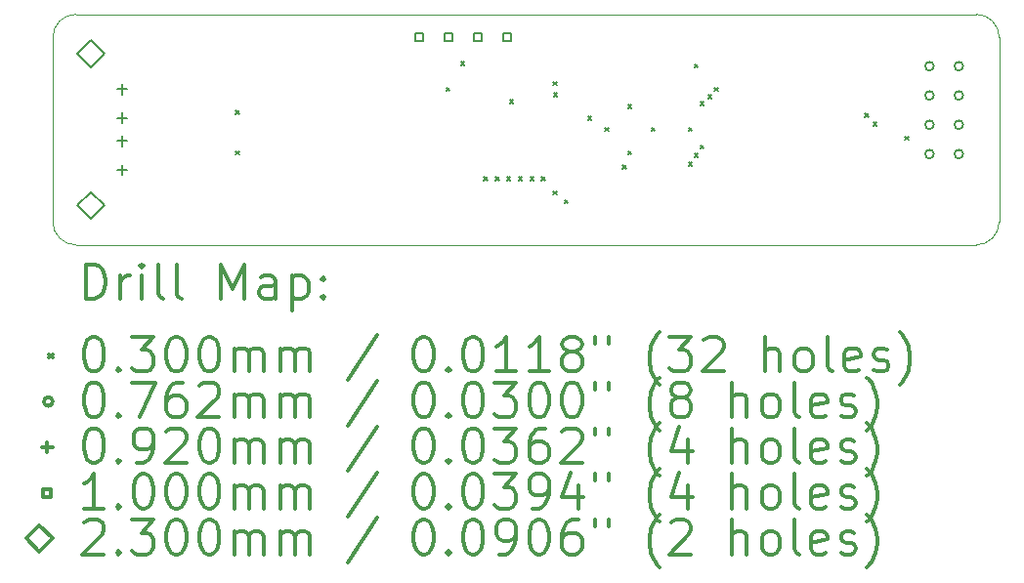
<source format=gbr>
%FSLAX45Y45*%
G04 Gerber Fmt 4.5, Leading zero omitted, Abs format (unit mm)*
G04 Created by KiCad (PCBNEW (5.1.10)-1) date 2022-03-27 16:46:44*
%MOMM*%
%LPD*%
G01*
G04 APERTURE LIST*
%TA.AperFunction,Profile*%
%ADD10C,0.038100*%
%TD*%
%ADD11C,0.200000*%
%ADD12C,0.300000*%
G04 APERTURE END LIST*
D10*
X13400000Y-5800000D02*
X5600000Y-5800000D01*
X13600000Y-7600000D02*
X13600000Y-6000000D01*
X5600000Y-7800000D02*
X13400000Y-7800000D01*
X5400000Y-6000000D02*
X5400000Y-7600000D01*
X13400000Y-5800000D02*
G75*
G02*
X13600000Y-6000000I0J-200000D01*
G01*
X13600000Y-7600000D02*
G75*
G02*
X13400000Y-7800000I-200000J0D01*
G01*
X5600000Y-7800000D02*
G75*
G02*
X5400000Y-7600000I0J200000D01*
G01*
X5400000Y-6000000D02*
G75*
G02*
X5600000Y-5800000I200000J0D01*
G01*
D11*
X6985000Y-6635000D02*
X7015000Y-6665000D01*
X7015000Y-6635000D02*
X6985000Y-6665000D01*
X6985000Y-6985000D02*
X7015000Y-7015000D01*
X7015000Y-6985000D02*
X6985000Y-7015000D01*
X8810000Y-6435000D02*
X8840000Y-6465000D01*
X8840000Y-6435000D02*
X8810000Y-6465000D01*
X8935000Y-6210000D02*
X8965000Y-6240000D01*
X8965000Y-6210000D02*
X8935000Y-6240000D01*
X9135000Y-7210000D02*
X9165000Y-7240000D01*
X9165000Y-7210000D02*
X9135000Y-7240000D01*
X9235000Y-7210000D02*
X9265000Y-7240000D01*
X9265000Y-7210000D02*
X9235000Y-7240000D01*
X9335000Y-7210000D02*
X9365000Y-7240000D01*
X9365000Y-7210000D02*
X9335000Y-7240000D01*
X9360000Y-6541672D02*
X9390000Y-6571672D01*
X9390000Y-6541672D02*
X9360000Y-6571672D01*
X9435000Y-7210000D02*
X9465000Y-7240000D01*
X9465000Y-7210000D02*
X9435000Y-7240000D01*
X9535000Y-7210000D02*
X9565000Y-7240000D01*
X9565000Y-7210000D02*
X9535000Y-7240000D01*
X9635000Y-7210000D02*
X9665000Y-7240000D01*
X9665000Y-7210000D02*
X9635000Y-7240000D01*
X9735000Y-6385000D02*
X9765000Y-6415000D01*
X9765000Y-6385000D02*
X9735000Y-6415000D01*
X9735000Y-7335000D02*
X9765000Y-7365000D01*
X9765000Y-7335000D02*
X9735000Y-7365000D01*
X9738328Y-6481672D02*
X9768328Y-6511672D01*
X9768328Y-6481672D02*
X9738328Y-6511672D01*
X9835000Y-7410000D02*
X9865000Y-7440000D01*
X9865000Y-7410000D02*
X9835000Y-7440000D01*
X10035000Y-6685000D02*
X10065000Y-6715000D01*
X10065000Y-6685000D02*
X10035000Y-6715000D01*
X10185000Y-6785000D02*
X10215000Y-6815000D01*
X10215000Y-6785000D02*
X10185000Y-6815000D01*
X10335000Y-7110000D02*
X10365000Y-7140000D01*
X10365000Y-7110000D02*
X10335000Y-7140000D01*
X10385000Y-6585000D02*
X10415000Y-6615000D01*
X10415000Y-6585000D02*
X10385000Y-6615000D01*
X10385000Y-6985000D02*
X10415000Y-7015000D01*
X10415000Y-6985000D02*
X10385000Y-7015000D01*
X10585000Y-6785000D02*
X10615000Y-6815000D01*
X10615000Y-6785000D02*
X10585000Y-6815000D01*
X10910000Y-6785000D02*
X10940000Y-6815000D01*
X10940000Y-6785000D02*
X10910000Y-6815000D01*
X10910000Y-7085000D02*
X10940000Y-7115000D01*
X10940000Y-7085000D02*
X10910000Y-7115000D01*
X10960000Y-6235000D02*
X10990000Y-6265000D01*
X10990000Y-6235000D02*
X10960000Y-6265000D01*
X10960000Y-7010000D02*
X10990000Y-7040000D01*
X10990000Y-7010000D02*
X10960000Y-7040000D01*
X11010000Y-6560000D02*
X11040000Y-6590000D01*
X11040000Y-6560000D02*
X11010000Y-6590000D01*
X11010000Y-6935000D02*
X11040000Y-6965000D01*
X11040000Y-6935000D02*
X11010000Y-6965000D01*
X11078431Y-6497746D02*
X11108431Y-6527746D01*
X11108431Y-6497746D02*
X11078431Y-6527746D01*
X11135000Y-6435000D02*
X11165000Y-6465000D01*
X11165000Y-6435000D02*
X11135000Y-6465000D01*
X12435000Y-6660000D02*
X12465000Y-6690000D01*
X12465000Y-6660000D02*
X12435000Y-6690000D01*
X12510000Y-6735000D02*
X12540000Y-6765000D01*
X12540000Y-6735000D02*
X12510000Y-6765000D01*
X12785000Y-6860000D02*
X12815000Y-6890000D01*
X12815000Y-6860000D02*
X12785000Y-6890000D01*
X13034100Y-6250000D02*
G75*
G03*
X13034100Y-6250000I-38100J0D01*
G01*
X13034100Y-6504000D02*
G75*
G03*
X13034100Y-6504000I-38100J0D01*
G01*
X13034100Y-6758000D02*
G75*
G03*
X13034100Y-6758000I-38100J0D01*
G01*
X13034100Y-7012000D02*
G75*
G03*
X13034100Y-7012000I-38100J0D01*
G01*
X13288100Y-6250000D02*
G75*
G03*
X13288100Y-6250000I-38100J0D01*
G01*
X13288100Y-6504000D02*
G75*
G03*
X13288100Y-6504000I-38100J0D01*
G01*
X13288100Y-6758000D02*
G75*
G03*
X13288100Y-6758000I-38100J0D01*
G01*
X13288100Y-7012000D02*
G75*
G03*
X13288100Y-7012000I-38100J0D01*
G01*
X6000000Y-6404000D02*
X6000000Y-6496000D01*
X5954000Y-6450000D02*
X6046000Y-6450000D01*
X6000000Y-6654000D02*
X6000000Y-6746000D01*
X5954000Y-6700000D02*
X6046000Y-6700000D01*
X6000000Y-6854000D02*
X6000000Y-6946000D01*
X5954000Y-6900000D02*
X6046000Y-6900000D01*
X6000000Y-7104000D02*
X6000000Y-7196000D01*
X5954000Y-7150000D02*
X6046000Y-7150000D01*
X8610356Y-6035356D02*
X8610356Y-5964644D01*
X8539644Y-5964644D01*
X8539644Y-6035356D01*
X8610356Y-6035356D01*
X8864356Y-6035356D02*
X8864356Y-5964644D01*
X8793644Y-5964644D01*
X8793644Y-6035356D01*
X8864356Y-6035356D01*
X9118356Y-6035356D02*
X9118356Y-5964644D01*
X9047644Y-5964644D01*
X9047644Y-6035356D01*
X9118356Y-6035356D01*
X9372356Y-6035356D02*
X9372356Y-5964644D01*
X9301644Y-5964644D01*
X9301644Y-6035356D01*
X9372356Y-6035356D01*
X5729000Y-6258000D02*
X5844000Y-6143000D01*
X5729000Y-6028000D01*
X5614000Y-6143000D01*
X5729000Y-6258000D01*
X5729000Y-7572000D02*
X5844000Y-7457000D01*
X5729000Y-7342000D01*
X5614000Y-7457000D01*
X5729000Y-7572000D01*
D12*
X5684523Y-8267619D02*
X5684523Y-7967619D01*
X5755952Y-7967619D01*
X5798809Y-7981905D01*
X5827381Y-8010476D01*
X5841666Y-8039048D01*
X5855952Y-8096191D01*
X5855952Y-8139048D01*
X5841666Y-8196191D01*
X5827381Y-8224762D01*
X5798809Y-8253334D01*
X5755952Y-8267619D01*
X5684523Y-8267619D01*
X5984523Y-8267619D02*
X5984523Y-8067619D01*
X5984523Y-8124762D02*
X5998809Y-8096191D01*
X6013095Y-8081905D01*
X6041666Y-8067619D01*
X6070238Y-8067619D01*
X6170238Y-8267619D02*
X6170238Y-8067619D01*
X6170238Y-7967619D02*
X6155952Y-7981905D01*
X6170238Y-7996191D01*
X6184523Y-7981905D01*
X6170238Y-7967619D01*
X6170238Y-7996191D01*
X6355952Y-8267619D02*
X6327381Y-8253334D01*
X6313095Y-8224762D01*
X6313095Y-7967619D01*
X6513095Y-8267619D02*
X6484523Y-8253334D01*
X6470238Y-8224762D01*
X6470238Y-7967619D01*
X6855952Y-8267619D02*
X6855952Y-7967619D01*
X6955952Y-8181905D01*
X7055952Y-7967619D01*
X7055952Y-8267619D01*
X7327381Y-8267619D02*
X7327381Y-8110476D01*
X7313095Y-8081905D01*
X7284523Y-8067619D01*
X7227381Y-8067619D01*
X7198809Y-8081905D01*
X7327381Y-8253334D02*
X7298809Y-8267619D01*
X7227381Y-8267619D01*
X7198809Y-8253334D01*
X7184523Y-8224762D01*
X7184523Y-8196191D01*
X7198809Y-8167619D01*
X7227381Y-8153334D01*
X7298809Y-8153334D01*
X7327381Y-8139048D01*
X7470238Y-8067619D02*
X7470238Y-8367619D01*
X7470238Y-8081905D02*
X7498809Y-8067619D01*
X7555952Y-8067619D01*
X7584523Y-8081905D01*
X7598809Y-8096191D01*
X7613095Y-8124762D01*
X7613095Y-8210476D01*
X7598809Y-8239048D01*
X7584523Y-8253334D01*
X7555952Y-8267619D01*
X7498809Y-8267619D01*
X7470238Y-8253334D01*
X7741666Y-8239048D02*
X7755952Y-8253334D01*
X7741666Y-8267619D01*
X7727381Y-8253334D01*
X7741666Y-8239048D01*
X7741666Y-8267619D01*
X7741666Y-8081905D02*
X7755952Y-8096191D01*
X7741666Y-8110476D01*
X7727381Y-8096191D01*
X7741666Y-8081905D01*
X7741666Y-8110476D01*
X5368095Y-8746905D02*
X5398095Y-8776905D01*
X5398095Y-8746905D02*
X5368095Y-8776905D01*
X5741666Y-8597619D02*
X5770238Y-8597619D01*
X5798809Y-8611905D01*
X5813095Y-8626191D01*
X5827381Y-8654762D01*
X5841666Y-8711905D01*
X5841666Y-8783334D01*
X5827381Y-8840477D01*
X5813095Y-8869048D01*
X5798809Y-8883334D01*
X5770238Y-8897619D01*
X5741666Y-8897619D01*
X5713095Y-8883334D01*
X5698809Y-8869048D01*
X5684523Y-8840477D01*
X5670238Y-8783334D01*
X5670238Y-8711905D01*
X5684523Y-8654762D01*
X5698809Y-8626191D01*
X5713095Y-8611905D01*
X5741666Y-8597619D01*
X5970238Y-8869048D02*
X5984523Y-8883334D01*
X5970238Y-8897619D01*
X5955952Y-8883334D01*
X5970238Y-8869048D01*
X5970238Y-8897619D01*
X6084523Y-8597619D02*
X6270238Y-8597619D01*
X6170238Y-8711905D01*
X6213095Y-8711905D01*
X6241666Y-8726191D01*
X6255952Y-8740477D01*
X6270238Y-8769048D01*
X6270238Y-8840477D01*
X6255952Y-8869048D01*
X6241666Y-8883334D01*
X6213095Y-8897619D01*
X6127381Y-8897619D01*
X6098809Y-8883334D01*
X6084523Y-8869048D01*
X6455952Y-8597619D02*
X6484523Y-8597619D01*
X6513095Y-8611905D01*
X6527381Y-8626191D01*
X6541666Y-8654762D01*
X6555952Y-8711905D01*
X6555952Y-8783334D01*
X6541666Y-8840477D01*
X6527381Y-8869048D01*
X6513095Y-8883334D01*
X6484523Y-8897619D01*
X6455952Y-8897619D01*
X6427381Y-8883334D01*
X6413095Y-8869048D01*
X6398809Y-8840477D01*
X6384523Y-8783334D01*
X6384523Y-8711905D01*
X6398809Y-8654762D01*
X6413095Y-8626191D01*
X6427381Y-8611905D01*
X6455952Y-8597619D01*
X6741666Y-8597619D02*
X6770238Y-8597619D01*
X6798809Y-8611905D01*
X6813095Y-8626191D01*
X6827381Y-8654762D01*
X6841666Y-8711905D01*
X6841666Y-8783334D01*
X6827381Y-8840477D01*
X6813095Y-8869048D01*
X6798809Y-8883334D01*
X6770238Y-8897619D01*
X6741666Y-8897619D01*
X6713095Y-8883334D01*
X6698809Y-8869048D01*
X6684523Y-8840477D01*
X6670238Y-8783334D01*
X6670238Y-8711905D01*
X6684523Y-8654762D01*
X6698809Y-8626191D01*
X6713095Y-8611905D01*
X6741666Y-8597619D01*
X6970238Y-8897619D02*
X6970238Y-8697619D01*
X6970238Y-8726191D02*
X6984523Y-8711905D01*
X7013095Y-8697619D01*
X7055952Y-8697619D01*
X7084523Y-8711905D01*
X7098809Y-8740477D01*
X7098809Y-8897619D01*
X7098809Y-8740477D02*
X7113095Y-8711905D01*
X7141666Y-8697619D01*
X7184523Y-8697619D01*
X7213095Y-8711905D01*
X7227381Y-8740477D01*
X7227381Y-8897619D01*
X7370238Y-8897619D02*
X7370238Y-8697619D01*
X7370238Y-8726191D02*
X7384523Y-8711905D01*
X7413095Y-8697619D01*
X7455952Y-8697619D01*
X7484523Y-8711905D01*
X7498809Y-8740477D01*
X7498809Y-8897619D01*
X7498809Y-8740477D02*
X7513095Y-8711905D01*
X7541666Y-8697619D01*
X7584523Y-8697619D01*
X7613095Y-8711905D01*
X7627381Y-8740477D01*
X7627381Y-8897619D01*
X8213095Y-8583334D02*
X7955952Y-8969048D01*
X8598809Y-8597619D02*
X8627381Y-8597619D01*
X8655952Y-8611905D01*
X8670238Y-8626191D01*
X8684523Y-8654762D01*
X8698809Y-8711905D01*
X8698809Y-8783334D01*
X8684523Y-8840477D01*
X8670238Y-8869048D01*
X8655952Y-8883334D01*
X8627381Y-8897619D01*
X8598809Y-8897619D01*
X8570238Y-8883334D01*
X8555952Y-8869048D01*
X8541666Y-8840477D01*
X8527381Y-8783334D01*
X8527381Y-8711905D01*
X8541666Y-8654762D01*
X8555952Y-8626191D01*
X8570238Y-8611905D01*
X8598809Y-8597619D01*
X8827381Y-8869048D02*
X8841666Y-8883334D01*
X8827381Y-8897619D01*
X8813095Y-8883334D01*
X8827381Y-8869048D01*
X8827381Y-8897619D01*
X9027381Y-8597619D02*
X9055952Y-8597619D01*
X9084523Y-8611905D01*
X9098809Y-8626191D01*
X9113095Y-8654762D01*
X9127381Y-8711905D01*
X9127381Y-8783334D01*
X9113095Y-8840477D01*
X9098809Y-8869048D01*
X9084523Y-8883334D01*
X9055952Y-8897619D01*
X9027381Y-8897619D01*
X8998809Y-8883334D01*
X8984523Y-8869048D01*
X8970238Y-8840477D01*
X8955952Y-8783334D01*
X8955952Y-8711905D01*
X8970238Y-8654762D01*
X8984523Y-8626191D01*
X8998809Y-8611905D01*
X9027381Y-8597619D01*
X9413095Y-8897619D02*
X9241666Y-8897619D01*
X9327381Y-8897619D02*
X9327381Y-8597619D01*
X9298809Y-8640477D01*
X9270238Y-8669048D01*
X9241666Y-8683334D01*
X9698809Y-8897619D02*
X9527381Y-8897619D01*
X9613095Y-8897619D02*
X9613095Y-8597619D01*
X9584523Y-8640477D01*
X9555952Y-8669048D01*
X9527381Y-8683334D01*
X9870238Y-8726191D02*
X9841666Y-8711905D01*
X9827381Y-8697619D01*
X9813095Y-8669048D01*
X9813095Y-8654762D01*
X9827381Y-8626191D01*
X9841666Y-8611905D01*
X9870238Y-8597619D01*
X9927381Y-8597619D01*
X9955952Y-8611905D01*
X9970238Y-8626191D01*
X9984523Y-8654762D01*
X9984523Y-8669048D01*
X9970238Y-8697619D01*
X9955952Y-8711905D01*
X9927381Y-8726191D01*
X9870238Y-8726191D01*
X9841666Y-8740477D01*
X9827381Y-8754762D01*
X9813095Y-8783334D01*
X9813095Y-8840477D01*
X9827381Y-8869048D01*
X9841666Y-8883334D01*
X9870238Y-8897619D01*
X9927381Y-8897619D01*
X9955952Y-8883334D01*
X9970238Y-8869048D01*
X9984523Y-8840477D01*
X9984523Y-8783334D01*
X9970238Y-8754762D01*
X9955952Y-8740477D01*
X9927381Y-8726191D01*
X10098809Y-8597619D02*
X10098809Y-8654762D01*
X10213095Y-8597619D02*
X10213095Y-8654762D01*
X10655952Y-9011905D02*
X10641666Y-8997619D01*
X10613095Y-8954762D01*
X10598809Y-8926191D01*
X10584523Y-8883334D01*
X10570238Y-8811905D01*
X10570238Y-8754762D01*
X10584523Y-8683334D01*
X10598809Y-8640477D01*
X10613095Y-8611905D01*
X10641666Y-8569048D01*
X10655952Y-8554762D01*
X10741666Y-8597619D02*
X10927381Y-8597619D01*
X10827381Y-8711905D01*
X10870238Y-8711905D01*
X10898809Y-8726191D01*
X10913095Y-8740477D01*
X10927381Y-8769048D01*
X10927381Y-8840477D01*
X10913095Y-8869048D01*
X10898809Y-8883334D01*
X10870238Y-8897619D01*
X10784523Y-8897619D01*
X10755952Y-8883334D01*
X10741666Y-8869048D01*
X11041666Y-8626191D02*
X11055952Y-8611905D01*
X11084523Y-8597619D01*
X11155952Y-8597619D01*
X11184523Y-8611905D01*
X11198809Y-8626191D01*
X11213095Y-8654762D01*
X11213095Y-8683334D01*
X11198809Y-8726191D01*
X11027381Y-8897619D01*
X11213095Y-8897619D01*
X11570238Y-8897619D02*
X11570238Y-8597619D01*
X11698809Y-8897619D02*
X11698809Y-8740477D01*
X11684523Y-8711905D01*
X11655952Y-8697619D01*
X11613095Y-8697619D01*
X11584523Y-8711905D01*
X11570238Y-8726191D01*
X11884523Y-8897619D02*
X11855952Y-8883334D01*
X11841666Y-8869048D01*
X11827381Y-8840477D01*
X11827381Y-8754762D01*
X11841666Y-8726191D01*
X11855952Y-8711905D01*
X11884523Y-8697619D01*
X11927381Y-8697619D01*
X11955952Y-8711905D01*
X11970238Y-8726191D01*
X11984523Y-8754762D01*
X11984523Y-8840477D01*
X11970238Y-8869048D01*
X11955952Y-8883334D01*
X11927381Y-8897619D01*
X11884523Y-8897619D01*
X12155952Y-8897619D02*
X12127381Y-8883334D01*
X12113095Y-8854762D01*
X12113095Y-8597619D01*
X12384523Y-8883334D02*
X12355952Y-8897619D01*
X12298809Y-8897619D01*
X12270238Y-8883334D01*
X12255952Y-8854762D01*
X12255952Y-8740477D01*
X12270238Y-8711905D01*
X12298809Y-8697619D01*
X12355952Y-8697619D01*
X12384523Y-8711905D01*
X12398809Y-8740477D01*
X12398809Y-8769048D01*
X12255952Y-8797619D01*
X12513095Y-8883334D02*
X12541666Y-8897619D01*
X12598809Y-8897619D01*
X12627381Y-8883334D01*
X12641666Y-8854762D01*
X12641666Y-8840477D01*
X12627381Y-8811905D01*
X12598809Y-8797619D01*
X12555952Y-8797619D01*
X12527381Y-8783334D01*
X12513095Y-8754762D01*
X12513095Y-8740477D01*
X12527381Y-8711905D01*
X12555952Y-8697619D01*
X12598809Y-8697619D01*
X12627381Y-8711905D01*
X12741666Y-9011905D02*
X12755952Y-8997619D01*
X12784523Y-8954762D01*
X12798809Y-8926191D01*
X12813095Y-8883334D01*
X12827381Y-8811905D01*
X12827381Y-8754762D01*
X12813095Y-8683334D01*
X12798809Y-8640477D01*
X12784523Y-8611905D01*
X12755952Y-8569048D01*
X12741666Y-8554762D01*
X5398095Y-9157905D02*
G75*
G03*
X5398095Y-9157905I-38100J0D01*
G01*
X5741666Y-8993619D02*
X5770238Y-8993619D01*
X5798809Y-9007905D01*
X5813095Y-9022191D01*
X5827381Y-9050762D01*
X5841666Y-9107905D01*
X5841666Y-9179334D01*
X5827381Y-9236477D01*
X5813095Y-9265048D01*
X5798809Y-9279334D01*
X5770238Y-9293619D01*
X5741666Y-9293619D01*
X5713095Y-9279334D01*
X5698809Y-9265048D01*
X5684523Y-9236477D01*
X5670238Y-9179334D01*
X5670238Y-9107905D01*
X5684523Y-9050762D01*
X5698809Y-9022191D01*
X5713095Y-9007905D01*
X5741666Y-8993619D01*
X5970238Y-9265048D02*
X5984523Y-9279334D01*
X5970238Y-9293619D01*
X5955952Y-9279334D01*
X5970238Y-9265048D01*
X5970238Y-9293619D01*
X6084523Y-8993619D02*
X6284523Y-8993619D01*
X6155952Y-9293619D01*
X6527381Y-8993619D02*
X6470238Y-8993619D01*
X6441666Y-9007905D01*
X6427381Y-9022191D01*
X6398809Y-9065048D01*
X6384523Y-9122191D01*
X6384523Y-9236477D01*
X6398809Y-9265048D01*
X6413095Y-9279334D01*
X6441666Y-9293619D01*
X6498809Y-9293619D01*
X6527381Y-9279334D01*
X6541666Y-9265048D01*
X6555952Y-9236477D01*
X6555952Y-9165048D01*
X6541666Y-9136477D01*
X6527381Y-9122191D01*
X6498809Y-9107905D01*
X6441666Y-9107905D01*
X6413095Y-9122191D01*
X6398809Y-9136477D01*
X6384523Y-9165048D01*
X6670238Y-9022191D02*
X6684523Y-9007905D01*
X6713095Y-8993619D01*
X6784523Y-8993619D01*
X6813095Y-9007905D01*
X6827381Y-9022191D01*
X6841666Y-9050762D01*
X6841666Y-9079334D01*
X6827381Y-9122191D01*
X6655952Y-9293619D01*
X6841666Y-9293619D01*
X6970238Y-9293619D02*
X6970238Y-9093619D01*
X6970238Y-9122191D02*
X6984523Y-9107905D01*
X7013095Y-9093619D01*
X7055952Y-9093619D01*
X7084523Y-9107905D01*
X7098809Y-9136477D01*
X7098809Y-9293619D01*
X7098809Y-9136477D02*
X7113095Y-9107905D01*
X7141666Y-9093619D01*
X7184523Y-9093619D01*
X7213095Y-9107905D01*
X7227381Y-9136477D01*
X7227381Y-9293619D01*
X7370238Y-9293619D02*
X7370238Y-9093619D01*
X7370238Y-9122191D02*
X7384523Y-9107905D01*
X7413095Y-9093619D01*
X7455952Y-9093619D01*
X7484523Y-9107905D01*
X7498809Y-9136477D01*
X7498809Y-9293619D01*
X7498809Y-9136477D02*
X7513095Y-9107905D01*
X7541666Y-9093619D01*
X7584523Y-9093619D01*
X7613095Y-9107905D01*
X7627381Y-9136477D01*
X7627381Y-9293619D01*
X8213095Y-8979334D02*
X7955952Y-9365048D01*
X8598809Y-8993619D02*
X8627381Y-8993619D01*
X8655952Y-9007905D01*
X8670238Y-9022191D01*
X8684523Y-9050762D01*
X8698809Y-9107905D01*
X8698809Y-9179334D01*
X8684523Y-9236477D01*
X8670238Y-9265048D01*
X8655952Y-9279334D01*
X8627381Y-9293619D01*
X8598809Y-9293619D01*
X8570238Y-9279334D01*
X8555952Y-9265048D01*
X8541666Y-9236477D01*
X8527381Y-9179334D01*
X8527381Y-9107905D01*
X8541666Y-9050762D01*
X8555952Y-9022191D01*
X8570238Y-9007905D01*
X8598809Y-8993619D01*
X8827381Y-9265048D02*
X8841666Y-9279334D01*
X8827381Y-9293619D01*
X8813095Y-9279334D01*
X8827381Y-9265048D01*
X8827381Y-9293619D01*
X9027381Y-8993619D02*
X9055952Y-8993619D01*
X9084523Y-9007905D01*
X9098809Y-9022191D01*
X9113095Y-9050762D01*
X9127381Y-9107905D01*
X9127381Y-9179334D01*
X9113095Y-9236477D01*
X9098809Y-9265048D01*
X9084523Y-9279334D01*
X9055952Y-9293619D01*
X9027381Y-9293619D01*
X8998809Y-9279334D01*
X8984523Y-9265048D01*
X8970238Y-9236477D01*
X8955952Y-9179334D01*
X8955952Y-9107905D01*
X8970238Y-9050762D01*
X8984523Y-9022191D01*
X8998809Y-9007905D01*
X9027381Y-8993619D01*
X9227381Y-8993619D02*
X9413095Y-8993619D01*
X9313095Y-9107905D01*
X9355952Y-9107905D01*
X9384523Y-9122191D01*
X9398809Y-9136477D01*
X9413095Y-9165048D01*
X9413095Y-9236477D01*
X9398809Y-9265048D01*
X9384523Y-9279334D01*
X9355952Y-9293619D01*
X9270238Y-9293619D01*
X9241666Y-9279334D01*
X9227381Y-9265048D01*
X9598809Y-8993619D02*
X9627381Y-8993619D01*
X9655952Y-9007905D01*
X9670238Y-9022191D01*
X9684523Y-9050762D01*
X9698809Y-9107905D01*
X9698809Y-9179334D01*
X9684523Y-9236477D01*
X9670238Y-9265048D01*
X9655952Y-9279334D01*
X9627381Y-9293619D01*
X9598809Y-9293619D01*
X9570238Y-9279334D01*
X9555952Y-9265048D01*
X9541666Y-9236477D01*
X9527381Y-9179334D01*
X9527381Y-9107905D01*
X9541666Y-9050762D01*
X9555952Y-9022191D01*
X9570238Y-9007905D01*
X9598809Y-8993619D01*
X9884523Y-8993619D02*
X9913095Y-8993619D01*
X9941666Y-9007905D01*
X9955952Y-9022191D01*
X9970238Y-9050762D01*
X9984523Y-9107905D01*
X9984523Y-9179334D01*
X9970238Y-9236477D01*
X9955952Y-9265048D01*
X9941666Y-9279334D01*
X9913095Y-9293619D01*
X9884523Y-9293619D01*
X9855952Y-9279334D01*
X9841666Y-9265048D01*
X9827381Y-9236477D01*
X9813095Y-9179334D01*
X9813095Y-9107905D01*
X9827381Y-9050762D01*
X9841666Y-9022191D01*
X9855952Y-9007905D01*
X9884523Y-8993619D01*
X10098809Y-8993619D02*
X10098809Y-9050762D01*
X10213095Y-8993619D02*
X10213095Y-9050762D01*
X10655952Y-9407905D02*
X10641666Y-9393619D01*
X10613095Y-9350762D01*
X10598809Y-9322191D01*
X10584523Y-9279334D01*
X10570238Y-9207905D01*
X10570238Y-9150762D01*
X10584523Y-9079334D01*
X10598809Y-9036477D01*
X10613095Y-9007905D01*
X10641666Y-8965048D01*
X10655952Y-8950762D01*
X10813095Y-9122191D02*
X10784523Y-9107905D01*
X10770238Y-9093619D01*
X10755952Y-9065048D01*
X10755952Y-9050762D01*
X10770238Y-9022191D01*
X10784523Y-9007905D01*
X10813095Y-8993619D01*
X10870238Y-8993619D01*
X10898809Y-9007905D01*
X10913095Y-9022191D01*
X10927381Y-9050762D01*
X10927381Y-9065048D01*
X10913095Y-9093619D01*
X10898809Y-9107905D01*
X10870238Y-9122191D01*
X10813095Y-9122191D01*
X10784523Y-9136477D01*
X10770238Y-9150762D01*
X10755952Y-9179334D01*
X10755952Y-9236477D01*
X10770238Y-9265048D01*
X10784523Y-9279334D01*
X10813095Y-9293619D01*
X10870238Y-9293619D01*
X10898809Y-9279334D01*
X10913095Y-9265048D01*
X10927381Y-9236477D01*
X10927381Y-9179334D01*
X10913095Y-9150762D01*
X10898809Y-9136477D01*
X10870238Y-9122191D01*
X11284523Y-9293619D02*
X11284523Y-8993619D01*
X11413095Y-9293619D02*
X11413095Y-9136477D01*
X11398809Y-9107905D01*
X11370238Y-9093619D01*
X11327381Y-9093619D01*
X11298809Y-9107905D01*
X11284523Y-9122191D01*
X11598809Y-9293619D02*
X11570238Y-9279334D01*
X11555952Y-9265048D01*
X11541666Y-9236477D01*
X11541666Y-9150762D01*
X11555952Y-9122191D01*
X11570238Y-9107905D01*
X11598809Y-9093619D01*
X11641666Y-9093619D01*
X11670238Y-9107905D01*
X11684523Y-9122191D01*
X11698809Y-9150762D01*
X11698809Y-9236477D01*
X11684523Y-9265048D01*
X11670238Y-9279334D01*
X11641666Y-9293619D01*
X11598809Y-9293619D01*
X11870238Y-9293619D02*
X11841666Y-9279334D01*
X11827381Y-9250762D01*
X11827381Y-8993619D01*
X12098809Y-9279334D02*
X12070238Y-9293619D01*
X12013095Y-9293619D01*
X11984523Y-9279334D01*
X11970238Y-9250762D01*
X11970238Y-9136477D01*
X11984523Y-9107905D01*
X12013095Y-9093619D01*
X12070238Y-9093619D01*
X12098809Y-9107905D01*
X12113095Y-9136477D01*
X12113095Y-9165048D01*
X11970238Y-9193619D01*
X12227381Y-9279334D02*
X12255952Y-9293619D01*
X12313095Y-9293619D01*
X12341666Y-9279334D01*
X12355952Y-9250762D01*
X12355952Y-9236477D01*
X12341666Y-9207905D01*
X12313095Y-9193619D01*
X12270238Y-9193619D01*
X12241666Y-9179334D01*
X12227381Y-9150762D01*
X12227381Y-9136477D01*
X12241666Y-9107905D01*
X12270238Y-9093619D01*
X12313095Y-9093619D01*
X12341666Y-9107905D01*
X12455952Y-9407905D02*
X12470238Y-9393619D01*
X12498809Y-9350762D01*
X12513095Y-9322191D01*
X12527381Y-9279334D01*
X12541666Y-9207905D01*
X12541666Y-9150762D01*
X12527381Y-9079334D01*
X12513095Y-9036477D01*
X12498809Y-9007905D01*
X12470238Y-8965048D01*
X12455952Y-8950762D01*
X5352095Y-9507905D02*
X5352095Y-9599905D01*
X5306095Y-9553905D02*
X5398095Y-9553905D01*
X5741666Y-9389619D02*
X5770238Y-9389619D01*
X5798809Y-9403905D01*
X5813095Y-9418191D01*
X5827381Y-9446762D01*
X5841666Y-9503905D01*
X5841666Y-9575334D01*
X5827381Y-9632477D01*
X5813095Y-9661048D01*
X5798809Y-9675334D01*
X5770238Y-9689619D01*
X5741666Y-9689619D01*
X5713095Y-9675334D01*
X5698809Y-9661048D01*
X5684523Y-9632477D01*
X5670238Y-9575334D01*
X5670238Y-9503905D01*
X5684523Y-9446762D01*
X5698809Y-9418191D01*
X5713095Y-9403905D01*
X5741666Y-9389619D01*
X5970238Y-9661048D02*
X5984523Y-9675334D01*
X5970238Y-9689619D01*
X5955952Y-9675334D01*
X5970238Y-9661048D01*
X5970238Y-9689619D01*
X6127381Y-9689619D02*
X6184523Y-9689619D01*
X6213095Y-9675334D01*
X6227381Y-9661048D01*
X6255952Y-9618191D01*
X6270238Y-9561048D01*
X6270238Y-9446762D01*
X6255952Y-9418191D01*
X6241666Y-9403905D01*
X6213095Y-9389619D01*
X6155952Y-9389619D01*
X6127381Y-9403905D01*
X6113095Y-9418191D01*
X6098809Y-9446762D01*
X6098809Y-9518191D01*
X6113095Y-9546762D01*
X6127381Y-9561048D01*
X6155952Y-9575334D01*
X6213095Y-9575334D01*
X6241666Y-9561048D01*
X6255952Y-9546762D01*
X6270238Y-9518191D01*
X6384523Y-9418191D02*
X6398809Y-9403905D01*
X6427381Y-9389619D01*
X6498809Y-9389619D01*
X6527381Y-9403905D01*
X6541666Y-9418191D01*
X6555952Y-9446762D01*
X6555952Y-9475334D01*
X6541666Y-9518191D01*
X6370238Y-9689619D01*
X6555952Y-9689619D01*
X6741666Y-9389619D02*
X6770238Y-9389619D01*
X6798809Y-9403905D01*
X6813095Y-9418191D01*
X6827381Y-9446762D01*
X6841666Y-9503905D01*
X6841666Y-9575334D01*
X6827381Y-9632477D01*
X6813095Y-9661048D01*
X6798809Y-9675334D01*
X6770238Y-9689619D01*
X6741666Y-9689619D01*
X6713095Y-9675334D01*
X6698809Y-9661048D01*
X6684523Y-9632477D01*
X6670238Y-9575334D01*
X6670238Y-9503905D01*
X6684523Y-9446762D01*
X6698809Y-9418191D01*
X6713095Y-9403905D01*
X6741666Y-9389619D01*
X6970238Y-9689619D02*
X6970238Y-9489619D01*
X6970238Y-9518191D02*
X6984523Y-9503905D01*
X7013095Y-9489619D01*
X7055952Y-9489619D01*
X7084523Y-9503905D01*
X7098809Y-9532477D01*
X7098809Y-9689619D01*
X7098809Y-9532477D02*
X7113095Y-9503905D01*
X7141666Y-9489619D01*
X7184523Y-9489619D01*
X7213095Y-9503905D01*
X7227381Y-9532477D01*
X7227381Y-9689619D01*
X7370238Y-9689619D02*
X7370238Y-9489619D01*
X7370238Y-9518191D02*
X7384523Y-9503905D01*
X7413095Y-9489619D01*
X7455952Y-9489619D01*
X7484523Y-9503905D01*
X7498809Y-9532477D01*
X7498809Y-9689619D01*
X7498809Y-9532477D02*
X7513095Y-9503905D01*
X7541666Y-9489619D01*
X7584523Y-9489619D01*
X7613095Y-9503905D01*
X7627381Y-9532477D01*
X7627381Y-9689619D01*
X8213095Y-9375334D02*
X7955952Y-9761048D01*
X8598809Y-9389619D02*
X8627381Y-9389619D01*
X8655952Y-9403905D01*
X8670238Y-9418191D01*
X8684523Y-9446762D01*
X8698809Y-9503905D01*
X8698809Y-9575334D01*
X8684523Y-9632477D01*
X8670238Y-9661048D01*
X8655952Y-9675334D01*
X8627381Y-9689619D01*
X8598809Y-9689619D01*
X8570238Y-9675334D01*
X8555952Y-9661048D01*
X8541666Y-9632477D01*
X8527381Y-9575334D01*
X8527381Y-9503905D01*
X8541666Y-9446762D01*
X8555952Y-9418191D01*
X8570238Y-9403905D01*
X8598809Y-9389619D01*
X8827381Y-9661048D02*
X8841666Y-9675334D01*
X8827381Y-9689619D01*
X8813095Y-9675334D01*
X8827381Y-9661048D01*
X8827381Y-9689619D01*
X9027381Y-9389619D02*
X9055952Y-9389619D01*
X9084523Y-9403905D01*
X9098809Y-9418191D01*
X9113095Y-9446762D01*
X9127381Y-9503905D01*
X9127381Y-9575334D01*
X9113095Y-9632477D01*
X9098809Y-9661048D01*
X9084523Y-9675334D01*
X9055952Y-9689619D01*
X9027381Y-9689619D01*
X8998809Y-9675334D01*
X8984523Y-9661048D01*
X8970238Y-9632477D01*
X8955952Y-9575334D01*
X8955952Y-9503905D01*
X8970238Y-9446762D01*
X8984523Y-9418191D01*
X8998809Y-9403905D01*
X9027381Y-9389619D01*
X9227381Y-9389619D02*
X9413095Y-9389619D01*
X9313095Y-9503905D01*
X9355952Y-9503905D01*
X9384523Y-9518191D01*
X9398809Y-9532477D01*
X9413095Y-9561048D01*
X9413095Y-9632477D01*
X9398809Y-9661048D01*
X9384523Y-9675334D01*
X9355952Y-9689619D01*
X9270238Y-9689619D01*
X9241666Y-9675334D01*
X9227381Y-9661048D01*
X9670238Y-9389619D02*
X9613095Y-9389619D01*
X9584523Y-9403905D01*
X9570238Y-9418191D01*
X9541666Y-9461048D01*
X9527381Y-9518191D01*
X9527381Y-9632477D01*
X9541666Y-9661048D01*
X9555952Y-9675334D01*
X9584523Y-9689619D01*
X9641666Y-9689619D01*
X9670238Y-9675334D01*
X9684523Y-9661048D01*
X9698809Y-9632477D01*
X9698809Y-9561048D01*
X9684523Y-9532477D01*
X9670238Y-9518191D01*
X9641666Y-9503905D01*
X9584523Y-9503905D01*
X9555952Y-9518191D01*
X9541666Y-9532477D01*
X9527381Y-9561048D01*
X9813095Y-9418191D02*
X9827381Y-9403905D01*
X9855952Y-9389619D01*
X9927381Y-9389619D01*
X9955952Y-9403905D01*
X9970238Y-9418191D01*
X9984523Y-9446762D01*
X9984523Y-9475334D01*
X9970238Y-9518191D01*
X9798809Y-9689619D01*
X9984523Y-9689619D01*
X10098809Y-9389619D02*
X10098809Y-9446762D01*
X10213095Y-9389619D02*
X10213095Y-9446762D01*
X10655952Y-9803905D02*
X10641666Y-9789619D01*
X10613095Y-9746762D01*
X10598809Y-9718191D01*
X10584523Y-9675334D01*
X10570238Y-9603905D01*
X10570238Y-9546762D01*
X10584523Y-9475334D01*
X10598809Y-9432477D01*
X10613095Y-9403905D01*
X10641666Y-9361048D01*
X10655952Y-9346762D01*
X10898809Y-9489619D02*
X10898809Y-9689619D01*
X10827381Y-9375334D02*
X10755952Y-9589619D01*
X10941666Y-9589619D01*
X11284523Y-9689619D02*
X11284523Y-9389619D01*
X11413095Y-9689619D02*
X11413095Y-9532477D01*
X11398809Y-9503905D01*
X11370238Y-9489619D01*
X11327381Y-9489619D01*
X11298809Y-9503905D01*
X11284523Y-9518191D01*
X11598809Y-9689619D02*
X11570238Y-9675334D01*
X11555952Y-9661048D01*
X11541666Y-9632477D01*
X11541666Y-9546762D01*
X11555952Y-9518191D01*
X11570238Y-9503905D01*
X11598809Y-9489619D01*
X11641666Y-9489619D01*
X11670238Y-9503905D01*
X11684523Y-9518191D01*
X11698809Y-9546762D01*
X11698809Y-9632477D01*
X11684523Y-9661048D01*
X11670238Y-9675334D01*
X11641666Y-9689619D01*
X11598809Y-9689619D01*
X11870238Y-9689619D02*
X11841666Y-9675334D01*
X11827381Y-9646762D01*
X11827381Y-9389619D01*
X12098809Y-9675334D02*
X12070238Y-9689619D01*
X12013095Y-9689619D01*
X11984523Y-9675334D01*
X11970238Y-9646762D01*
X11970238Y-9532477D01*
X11984523Y-9503905D01*
X12013095Y-9489619D01*
X12070238Y-9489619D01*
X12098809Y-9503905D01*
X12113095Y-9532477D01*
X12113095Y-9561048D01*
X11970238Y-9589619D01*
X12227381Y-9675334D02*
X12255952Y-9689619D01*
X12313095Y-9689619D01*
X12341666Y-9675334D01*
X12355952Y-9646762D01*
X12355952Y-9632477D01*
X12341666Y-9603905D01*
X12313095Y-9589619D01*
X12270238Y-9589619D01*
X12241666Y-9575334D01*
X12227381Y-9546762D01*
X12227381Y-9532477D01*
X12241666Y-9503905D01*
X12270238Y-9489619D01*
X12313095Y-9489619D01*
X12341666Y-9503905D01*
X12455952Y-9803905D02*
X12470238Y-9789619D01*
X12498809Y-9746762D01*
X12513095Y-9718191D01*
X12527381Y-9675334D01*
X12541666Y-9603905D01*
X12541666Y-9546762D01*
X12527381Y-9475334D01*
X12513095Y-9432477D01*
X12498809Y-9403905D01*
X12470238Y-9361048D01*
X12455952Y-9346762D01*
X5383451Y-9985261D02*
X5383451Y-9914549D01*
X5312739Y-9914549D01*
X5312739Y-9985261D01*
X5383451Y-9985261D01*
X5841666Y-10085619D02*
X5670238Y-10085619D01*
X5755952Y-10085619D02*
X5755952Y-9785619D01*
X5727381Y-9828477D01*
X5698809Y-9857048D01*
X5670238Y-9871334D01*
X5970238Y-10057048D02*
X5984523Y-10071334D01*
X5970238Y-10085619D01*
X5955952Y-10071334D01*
X5970238Y-10057048D01*
X5970238Y-10085619D01*
X6170238Y-9785619D02*
X6198809Y-9785619D01*
X6227381Y-9799905D01*
X6241666Y-9814191D01*
X6255952Y-9842762D01*
X6270238Y-9899905D01*
X6270238Y-9971334D01*
X6255952Y-10028477D01*
X6241666Y-10057048D01*
X6227381Y-10071334D01*
X6198809Y-10085619D01*
X6170238Y-10085619D01*
X6141666Y-10071334D01*
X6127381Y-10057048D01*
X6113095Y-10028477D01*
X6098809Y-9971334D01*
X6098809Y-9899905D01*
X6113095Y-9842762D01*
X6127381Y-9814191D01*
X6141666Y-9799905D01*
X6170238Y-9785619D01*
X6455952Y-9785619D02*
X6484523Y-9785619D01*
X6513095Y-9799905D01*
X6527381Y-9814191D01*
X6541666Y-9842762D01*
X6555952Y-9899905D01*
X6555952Y-9971334D01*
X6541666Y-10028477D01*
X6527381Y-10057048D01*
X6513095Y-10071334D01*
X6484523Y-10085619D01*
X6455952Y-10085619D01*
X6427381Y-10071334D01*
X6413095Y-10057048D01*
X6398809Y-10028477D01*
X6384523Y-9971334D01*
X6384523Y-9899905D01*
X6398809Y-9842762D01*
X6413095Y-9814191D01*
X6427381Y-9799905D01*
X6455952Y-9785619D01*
X6741666Y-9785619D02*
X6770238Y-9785619D01*
X6798809Y-9799905D01*
X6813095Y-9814191D01*
X6827381Y-9842762D01*
X6841666Y-9899905D01*
X6841666Y-9971334D01*
X6827381Y-10028477D01*
X6813095Y-10057048D01*
X6798809Y-10071334D01*
X6770238Y-10085619D01*
X6741666Y-10085619D01*
X6713095Y-10071334D01*
X6698809Y-10057048D01*
X6684523Y-10028477D01*
X6670238Y-9971334D01*
X6670238Y-9899905D01*
X6684523Y-9842762D01*
X6698809Y-9814191D01*
X6713095Y-9799905D01*
X6741666Y-9785619D01*
X6970238Y-10085619D02*
X6970238Y-9885619D01*
X6970238Y-9914191D02*
X6984523Y-9899905D01*
X7013095Y-9885619D01*
X7055952Y-9885619D01*
X7084523Y-9899905D01*
X7098809Y-9928477D01*
X7098809Y-10085619D01*
X7098809Y-9928477D02*
X7113095Y-9899905D01*
X7141666Y-9885619D01*
X7184523Y-9885619D01*
X7213095Y-9899905D01*
X7227381Y-9928477D01*
X7227381Y-10085619D01*
X7370238Y-10085619D02*
X7370238Y-9885619D01*
X7370238Y-9914191D02*
X7384523Y-9899905D01*
X7413095Y-9885619D01*
X7455952Y-9885619D01*
X7484523Y-9899905D01*
X7498809Y-9928477D01*
X7498809Y-10085619D01*
X7498809Y-9928477D02*
X7513095Y-9899905D01*
X7541666Y-9885619D01*
X7584523Y-9885619D01*
X7613095Y-9899905D01*
X7627381Y-9928477D01*
X7627381Y-10085619D01*
X8213095Y-9771334D02*
X7955952Y-10157048D01*
X8598809Y-9785619D02*
X8627381Y-9785619D01*
X8655952Y-9799905D01*
X8670238Y-9814191D01*
X8684523Y-9842762D01*
X8698809Y-9899905D01*
X8698809Y-9971334D01*
X8684523Y-10028477D01*
X8670238Y-10057048D01*
X8655952Y-10071334D01*
X8627381Y-10085619D01*
X8598809Y-10085619D01*
X8570238Y-10071334D01*
X8555952Y-10057048D01*
X8541666Y-10028477D01*
X8527381Y-9971334D01*
X8527381Y-9899905D01*
X8541666Y-9842762D01*
X8555952Y-9814191D01*
X8570238Y-9799905D01*
X8598809Y-9785619D01*
X8827381Y-10057048D02*
X8841666Y-10071334D01*
X8827381Y-10085619D01*
X8813095Y-10071334D01*
X8827381Y-10057048D01*
X8827381Y-10085619D01*
X9027381Y-9785619D02*
X9055952Y-9785619D01*
X9084523Y-9799905D01*
X9098809Y-9814191D01*
X9113095Y-9842762D01*
X9127381Y-9899905D01*
X9127381Y-9971334D01*
X9113095Y-10028477D01*
X9098809Y-10057048D01*
X9084523Y-10071334D01*
X9055952Y-10085619D01*
X9027381Y-10085619D01*
X8998809Y-10071334D01*
X8984523Y-10057048D01*
X8970238Y-10028477D01*
X8955952Y-9971334D01*
X8955952Y-9899905D01*
X8970238Y-9842762D01*
X8984523Y-9814191D01*
X8998809Y-9799905D01*
X9027381Y-9785619D01*
X9227381Y-9785619D02*
X9413095Y-9785619D01*
X9313095Y-9899905D01*
X9355952Y-9899905D01*
X9384523Y-9914191D01*
X9398809Y-9928477D01*
X9413095Y-9957048D01*
X9413095Y-10028477D01*
X9398809Y-10057048D01*
X9384523Y-10071334D01*
X9355952Y-10085619D01*
X9270238Y-10085619D01*
X9241666Y-10071334D01*
X9227381Y-10057048D01*
X9555952Y-10085619D02*
X9613095Y-10085619D01*
X9641666Y-10071334D01*
X9655952Y-10057048D01*
X9684523Y-10014191D01*
X9698809Y-9957048D01*
X9698809Y-9842762D01*
X9684523Y-9814191D01*
X9670238Y-9799905D01*
X9641666Y-9785619D01*
X9584523Y-9785619D01*
X9555952Y-9799905D01*
X9541666Y-9814191D01*
X9527381Y-9842762D01*
X9527381Y-9914191D01*
X9541666Y-9942762D01*
X9555952Y-9957048D01*
X9584523Y-9971334D01*
X9641666Y-9971334D01*
X9670238Y-9957048D01*
X9684523Y-9942762D01*
X9698809Y-9914191D01*
X9955952Y-9885619D02*
X9955952Y-10085619D01*
X9884523Y-9771334D02*
X9813095Y-9985619D01*
X9998809Y-9985619D01*
X10098809Y-9785619D02*
X10098809Y-9842762D01*
X10213095Y-9785619D02*
X10213095Y-9842762D01*
X10655952Y-10199905D02*
X10641666Y-10185619D01*
X10613095Y-10142762D01*
X10598809Y-10114191D01*
X10584523Y-10071334D01*
X10570238Y-9999905D01*
X10570238Y-9942762D01*
X10584523Y-9871334D01*
X10598809Y-9828477D01*
X10613095Y-9799905D01*
X10641666Y-9757048D01*
X10655952Y-9742762D01*
X10898809Y-9885619D02*
X10898809Y-10085619D01*
X10827381Y-9771334D02*
X10755952Y-9985619D01*
X10941666Y-9985619D01*
X11284523Y-10085619D02*
X11284523Y-9785619D01*
X11413095Y-10085619D02*
X11413095Y-9928477D01*
X11398809Y-9899905D01*
X11370238Y-9885619D01*
X11327381Y-9885619D01*
X11298809Y-9899905D01*
X11284523Y-9914191D01*
X11598809Y-10085619D02*
X11570238Y-10071334D01*
X11555952Y-10057048D01*
X11541666Y-10028477D01*
X11541666Y-9942762D01*
X11555952Y-9914191D01*
X11570238Y-9899905D01*
X11598809Y-9885619D01*
X11641666Y-9885619D01*
X11670238Y-9899905D01*
X11684523Y-9914191D01*
X11698809Y-9942762D01*
X11698809Y-10028477D01*
X11684523Y-10057048D01*
X11670238Y-10071334D01*
X11641666Y-10085619D01*
X11598809Y-10085619D01*
X11870238Y-10085619D02*
X11841666Y-10071334D01*
X11827381Y-10042762D01*
X11827381Y-9785619D01*
X12098809Y-10071334D02*
X12070238Y-10085619D01*
X12013095Y-10085619D01*
X11984523Y-10071334D01*
X11970238Y-10042762D01*
X11970238Y-9928477D01*
X11984523Y-9899905D01*
X12013095Y-9885619D01*
X12070238Y-9885619D01*
X12098809Y-9899905D01*
X12113095Y-9928477D01*
X12113095Y-9957048D01*
X11970238Y-9985619D01*
X12227381Y-10071334D02*
X12255952Y-10085619D01*
X12313095Y-10085619D01*
X12341666Y-10071334D01*
X12355952Y-10042762D01*
X12355952Y-10028477D01*
X12341666Y-9999905D01*
X12313095Y-9985619D01*
X12270238Y-9985619D01*
X12241666Y-9971334D01*
X12227381Y-9942762D01*
X12227381Y-9928477D01*
X12241666Y-9899905D01*
X12270238Y-9885619D01*
X12313095Y-9885619D01*
X12341666Y-9899905D01*
X12455952Y-10199905D02*
X12470238Y-10185619D01*
X12498809Y-10142762D01*
X12513095Y-10114191D01*
X12527381Y-10071334D01*
X12541666Y-9999905D01*
X12541666Y-9942762D01*
X12527381Y-9871334D01*
X12513095Y-9828477D01*
X12498809Y-9799905D01*
X12470238Y-9757048D01*
X12455952Y-9742762D01*
X5283095Y-10460905D02*
X5398095Y-10345905D01*
X5283095Y-10230905D01*
X5168095Y-10345905D01*
X5283095Y-10460905D01*
X5670238Y-10210191D02*
X5684523Y-10195905D01*
X5713095Y-10181619D01*
X5784523Y-10181619D01*
X5813095Y-10195905D01*
X5827381Y-10210191D01*
X5841666Y-10238762D01*
X5841666Y-10267334D01*
X5827381Y-10310191D01*
X5655952Y-10481619D01*
X5841666Y-10481619D01*
X5970238Y-10453048D02*
X5984523Y-10467334D01*
X5970238Y-10481619D01*
X5955952Y-10467334D01*
X5970238Y-10453048D01*
X5970238Y-10481619D01*
X6084523Y-10181619D02*
X6270238Y-10181619D01*
X6170238Y-10295905D01*
X6213095Y-10295905D01*
X6241666Y-10310191D01*
X6255952Y-10324477D01*
X6270238Y-10353048D01*
X6270238Y-10424477D01*
X6255952Y-10453048D01*
X6241666Y-10467334D01*
X6213095Y-10481619D01*
X6127381Y-10481619D01*
X6098809Y-10467334D01*
X6084523Y-10453048D01*
X6455952Y-10181619D02*
X6484523Y-10181619D01*
X6513095Y-10195905D01*
X6527381Y-10210191D01*
X6541666Y-10238762D01*
X6555952Y-10295905D01*
X6555952Y-10367334D01*
X6541666Y-10424477D01*
X6527381Y-10453048D01*
X6513095Y-10467334D01*
X6484523Y-10481619D01*
X6455952Y-10481619D01*
X6427381Y-10467334D01*
X6413095Y-10453048D01*
X6398809Y-10424477D01*
X6384523Y-10367334D01*
X6384523Y-10295905D01*
X6398809Y-10238762D01*
X6413095Y-10210191D01*
X6427381Y-10195905D01*
X6455952Y-10181619D01*
X6741666Y-10181619D02*
X6770238Y-10181619D01*
X6798809Y-10195905D01*
X6813095Y-10210191D01*
X6827381Y-10238762D01*
X6841666Y-10295905D01*
X6841666Y-10367334D01*
X6827381Y-10424477D01*
X6813095Y-10453048D01*
X6798809Y-10467334D01*
X6770238Y-10481619D01*
X6741666Y-10481619D01*
X6713095Y-10467334D01*
X6698809Y-10453048D01*
X6684523Y-10424477D01*
X6670238Y-10367334D01*
X6670238Y-10295905D01*
X6684523Y-10238762D01*
X6698809Y-10210191D01*
X6713095Y-10195905D01*
X6741666Y-10181619D01*
X6970238Y-10481619D02*
X6970238Y-10281619D01*
X6970238Y-10310191D02*
X6984523Y-10295905D01*
X7013095Y-10281619D01*
X7055952Y-10281619D01*
X7084523Y-10295905D01*
X7098809Y-10324477D01*
X7098809Y-10481619D01*
X7098809Y-10324477D02*
X7113095Y-10295905D01*
X7141666Y-10281619D01*
X7184523Y-10281619D01*
X7213095Y-10295905D01*
X7227381Y-10324477D01*
X7227381Y-10481619D01*
X7370238Y-10481619D02*
X7370238Y-10281619D01*
X7370238Y-10310191D02*
X7384523Y-10295905D01*
X7413095Y-10281619D01*
X7455952Y-10281619D01*
X7484523Y-10295905D01*
X7498809Y-10324477D01*
X7498809Y-10481619D01*
X7498809Y-10324477D02*
X7513095Y-10295905D01*
X7541666Y-10281619D01*
X7584523Y-10281619D01*
X7613095Y-10295905D01*
X7627381Y-10324477D01*
X7627381Y-10481619D01*
X8213095Y-10167334D02*
X7955952Y-10553048D01*
X8598809Y-10181619D02*
X8627381Y-10181619D01*
X8655952Y-10195905D01*
X8670238Y-10210191D01*
X8684523Y-10238762D01*
X8698809Y-10295905D01*
X8698809Y-10367334D01*
X8684523Y-10424477D01*
X8670238Y-10453048D01*
X8655952Y-10467334D01*
X8627381Y-10481619D01*
X8598809Y-10481619D01*
X8570238Y-10467334D01*
X8555952Y-10453048D01*
X8541666Y-10424477D01*
X8527381Y-10367334D01*
X8527381Y-10295905D01*
X8541666Y-10238762D01*
X8555952Y-10210191D01*
X8570238Y-10195905D01*
X8598809Y-10181619D01*
X8827381Y-10453048D02*
X8841666Y-10467334D01*
X8827381Y-10481619D01*
X8813095Y-10467334D01*
X8827381Y-10453048D01*
X8827381Y-10481619D01*
X9027381Y-10181619D02*
X9055952Y-10181619D01*
X9084523Y-10195905D01*
X9098809Y-10210191D01*
X9113095Y-10238762D01*
X9127381Y-10295905D01*
X9127381Y-10367334D01*
X9113095Y-10424477D01*
X9098809Y-10453048D01*
X9084523Y-10467334D01*
X9055952Y-10481619D01*
X9027381Y-10481619D01*
X8998809Y-10467334D01*
X8984523Y-10453048D01*
X8970238Y-10424477D01*
X8955952Y-10367334D01*
X8955952Y-10295905D01*
X8970238Y-10238762D01*
X8984523Y-10210191D01*
X8998809Y-10195905D01*
X9027381Y-10181619D01*
X9270238Y-10481619D02*
X9327381Y-10481619D01*
X9355952Y-10467334D01*
X9370238Y-10453048D01*
X9398809Y-10410191D01*
X9413095Y-10353048D01*
X9413095Y-10238762D01*
X9398809Y-10210191D01*
X9384523Y-10195905D01*
X9355952Y-10181619D01*
X9298809Y-10181619D01*
X9270238Y-10195905D01*
X9255952Y-10210191D01*
X9241666Y-10238762D01*
X9241666Y-10310191D01*
X9255952Y-10338762D01*
X9270238Y-10353048D01*
X9298809Y-10367334D01*
X9355952Y-10367334D01*
X9384523Y-10353048D01*
X9398809Y-10338762D01*
X9413095Y-10310191D01*
X9598809Y-10181619D02*
X9627381Y-10181619D01*
X9655952Y-10195905D01*
X9670238Y-10210191D01*
X9684523Y-10238762D01*
X9698809Y-10295905D01*
X9698809Y-10367334D01*
X9684523Y-10424477D01*
X9670238Y-10453048D01*
X9655952Y-10467334D01*
X9627381Y-10481619D01*
X9598809Y-10481619D01*
X9570238Y-10467334D01*
X9555952Y-10453048D01*
X9541666Y-10424477D01*
X9527381Y-10367334D01*
X9527381Y-10295905D01*
X9541666Y-10238762D01*
X9555952Y-10210191D01*
X9570238Y-10195905D01*
X9598809Y-10181619D01*
X9955952Y-10181619D02*
X9898809Y-10181619D01*
X9870238Y-10195905D01*
X9855952Y-10210191D01*
X9827381Y-10253048D01*
X9813095Y-10310191D01*
X9813095Y-10424477D01*
X9827381Y-10453048D01*
X9841666Y-10467334D01*
X9870238Y-10481619D01*
X9927381Y-10481619D01*
X9955952Y-10467334D01*
X9970238Y-10453048D01*
X9984523Y-10424477D01*
X9984523Y-10353048D01*
X9970238Y-10324477D01*
X9955952Y-10310191D01*
X9927381Y-10295905D01*
X9870238Y-10295905D01*
X9841666Y-10310191D01*
X9827381Y-10324477D01*
X9813095Y-10353048D01*
X10098809Y-10181619D02*
X10098809Y-10238762D01*
X10213095Y-10181619D02*
X10213095Y-10238762D01*
X10655952Y-10595905D02*
X10641666Y-10581619D01*
X10613095Y-10538762D01*
X10598809Y-10510191D01*
X10584523Y-10467334D01*
X10570238Y-10395905D01*
X10570238Y-10338762D01*
X10584523Y-10267334D01*
X10598809Y-10224477D01*
X10613095Y-10195905D01*
X10641666Y-10153048D01*
X10655952Y-10138762D01*
X10755952Y-10210191D02*
X10770238Y-10195905D01*
X10798809Y-10181619D01*
X10870238Y-10181619D01*
X10898809Y-10195905D01*
X10913095Y-10210191D01*
X10927381Y-10238762D01*
X10927381Y-10267334D01*
X10913095Y-10310191D01*
X10741666Y-10481619D01*
X10927381Y-10481619D01*
X11284523Y-10481619D02*
X11284523Y-10181619D01*
X11413095Y-10481619D02*
X11413095Y-10324477D01*
X11398809Y-10295905D01*
X11370238Y-10281619D01*
X11327381Y-10281619D01*
X11298809Y-10295905D01*
X11284523Y-10310191D01*
X11598809Y-10481619D02*
X11570238Y-10467334D01*
X11555952Y-10453048D01*
X11541666Y-10424477D01*
X11541666Y-10338762D01*
X11555952Y-10310191D01*
X11570238Y-10295905D01*
X11598809Y-10281619D01*
X11641666Y-10281619D01*
X11670238Y-10295905D01*
X11684523Y-10310191D01*
X11698809Y-10338762D01*
X11698809Y-10424477D01*
X11684523Y-10453048D01*
X11670238Y-10467334D01*
X11641666Y-10481619D01*
X11598809Y-10481619D01*
X11870238Y-10481619D02*
X11841666Y-10467334D01*
X11827381Y-10438762D01*
X11827381Y-10181619D01*
X12098809Y-10467334D02*
X12070238Y-10481619D01*
X12013095Y-10481619D01*
X11984523Y-10467334D01*
X11970238Y-10438762D01*
X11970238Y-10324477D01*
X11984523Y-10295905D01*
X12013095Y-10281619D01*
X12070238Y-10281619D01*
X12098809Y-10295905D01*
X12113095Y-10324477D01*
X12113095Y-10353048D01*
X11970238Y-10381619D01*
X12227381Y-10467334D02*
X12255952Y-10481619D01*
X12313095Y-10481619D01*
X12341666Y-10467334D01*
X12355952Y-10438762D01*
X12355952Y-10424477D01*
X12341666Y-10395905D01*
X12313095Y-10381619D01*
X12270238Y-10381619D01*
X12241666Y-10367334D01*
X12227381Y-10338762D01*
X12227381Y-10324477D01*
X12241666Y-10295905D01*
X12270238Y-10281619D01*
X12313095Y-10281619D01*
X12341666Y-10295905D01*
X12455952Y-10595905D02*
X12470238Y-10581619D01*
X12498809Y-10538762D01*
X12513095Y-10510191D01*
X12527381Y-10467334D01*
X12541666Y-10395905D01*
X12541666Y-10338762D01*
X12527381Y-10267334D01*
X12513095Y-10224477D01*
X12498809Y-10195905D01*
X12470238Y-10153048D01*
X12455952Y-10138762D01*
M02*

</source>
